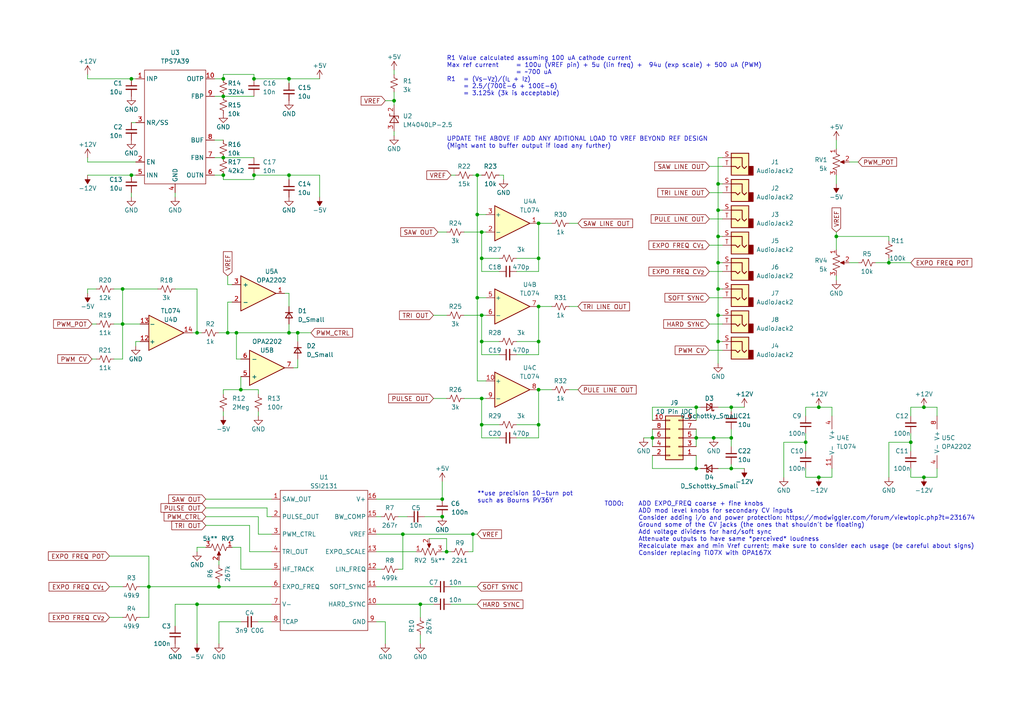
<source format=kicad_sch>
(kicad_sch (version 20230121) (generator eeschema)
  (paper "A4")
  (title_block (title "SSI2131 Reference") (rev "V0.1"))
  (lib_symbols
    (symbol "Amplifier_Operational:TL074" (pin_names (offset 0.127))
      (property "Reference" "U" (at 0 5.08 0))
      (property "Value" "TL074" (at 0 -5.08 0))
      (symbol "TL074_1_1"
        (pin output line (at 7.62 0 180) (length 2.54) (name "~") (number "1"))
        (pin input line (at -7.62 -2.54 0) (length 2.54) (name "-") (number "2"))
        (pin input line (at -7.62 2.54 0) (length 2.54) (name "+") (number "3"))
      )
      (symbol "TL074_2_1"
        (pin input line (at -7.62 2.54 0) (length 2.54) (name "+") (number "5"))
        (pin input line (at -7.62 -2.54 0) (length 2.54) (name "-") (number "6"))
        (pin output line (at 7.62 0 180) (length 2.54) (name "~") (number "7"))
      )
      (symbol "TL074_3_1"
        (pin input line (at -7.62 2.54 0) (length 2.54) (name "+") (number "10"))
        (pin output line (at 7.62 0 180) (length 2.54) (name "~") (number "8"))
        (pin input line (at -7.62 -2.54 0) (length 2.54) (name "-") (number "9"))
      )
      (symbol "TL074_4_1"
        (pin input line (at -7.62 2.54 0) (length 2.54) (name "+") (number "12"))
        (pin input line (at -7.62 -2.54 0) (length 2.54) (name "-") (number "13"))
        (pin output line (at 7.62 0 180) (length 2.54) (name "~") (number "14"))
      )
      (symbol "TL074_5_1"
        (pin power_in line (at -2.54 -7.62 90) (length 3.81) (name "V-") (number "11"))
        (pin power_in line (at -2.54 7.62 270) (length 3.81) (name "V+") (number "4"))
      )
    )
    (symbol "Connector_Audio:AudioJack2"
      (property "Reference" "J" (at 0 8.89 0))
      (property "Value" "AudioJack2" (at 0 6.35 0))
      (symbol "AudioJack2_1_1"
        (pin passive line (at 5.08 2.54 180) (length 2.54) (name "~") (number "S"))
        (pin passive line (at 5.08 0 180) (length 2.54) (name "~") (number "T"))
      )
    )
    (symbol "Connector_Generic:Conn_02x05_Odd_Even" (pin_names (offset 1.016) hide)
      (property "Reference" "J" (at 1.27 7.62 0))
      (property "Value" "Conn_02x05_Odd_Even" (at 1.27 -7.62 0))
      (symbol "Conn_02x05_Odd_Even_1_1"
        (pin passive line (at -5.08 5.08 0) (length 3.81) (name "Pin_1") (number "1"))
        (pin passive line (at 7.62 -5.08 180) (length 3.81) (name "Pin_10") (number "10"))
        (pin passive line (at 7.62 5.08 180) (length 3.81) (name "Pin_2") (number "2"))
        (pin passive line (at -5.08 2.54 0) (length 3.81) (name "Pin_3") (number "3"))
        (pin passive line (at 7.62 2.54 180) (length 3.81) (name "Pin_4") (number "4"))
        (pin passive line (at -5.08 0 0) (length 3.81) (name "Pin_5") (number "5"))
        (pin passive line (at 7.62 0 180) (length 3.81) (name "Pin_6") (number "6"))
        (pin passive line (at -5.08 -2.54 0) (length 3.81) (name "Pin_7") (number "7"))
        (pin passive line (at 7.62 -2.54 180) (length 3.81) (name "Pin_8") (number "8"))
        (pin passive line (at -5.08 -5.08 0) (length 3.81) (name "Pin_9") (number "9"))
      )
    )
    (symbol "Device:C_Small" (pin_numbers hide) (pin_names (offset 0.254) hide)
      (property "Reference" "C" (at 0.254 1.778 0))
      (property "Value" "C_Small" (at 0.254 -2.032 0))
      (symbol "C_Small_1_1"
        (pin passive line (at 0 2.54 270) (length 2.032) (name "~") (number "1"))
        (pin passive line (at 0 -2.54 90) (length 2.032) (name "~") (number "2"))
      )
    )
    (symbol "Device:D_Schottky_Small" (pin_numbers hide) (pin_names (offset 0.254) hide)
      (property "Reference" "D" (at -1.27 2.032 0))
      (property "Value" "D_Schottky_Small" (at -7.112 -2.032 0))
      (symbol "D_Schottky_Small_1_1"
        (pin passive line (at -2.54 0 0) (length 1.778) (name "K") (number "1"))
        (pin passive line (at 2.54 0 180) (length 1.778) (name "A") (number "2"))
      )
    )
    (symbol "Device:D_Small" (pin_numbers hide) (pin_names (offset 0.254) hide)
      (property "Reference" "D" (at -1.27 2.032 0))
      (property "Value" "D_Small" (at -3.81 -2.032 0))
      (symbol "D_Small_1_1"
        (pin passive line (at -2.54 0 0) (length 1.778) (name "K") (number "1"))
        (pin passive line (at 2.54 0 180) (length 1.778) (name "A") (number "2"))
      )
    )
    (symbol "Device:Opamp_Dual"
      (property "Reference" "U" (at 0 5.08 0))
      (property "Value" "Opamp_Dual" (at 0 -5.08 0))
      (symbol "Opamp_Dual_1_1"
        (pin output line (at 7.62 0 180) (length 2.54) (name "~") (number "1"))
        (pin input line (at -7.62 -2.54 0) (length 2.54) (name "-") (number "2"))
        (pin input line (at -7.62 2.54 0) (length 2.54) (name "+") (number "3"))
      )
      (symbol "Opamp_Dual_2_1"
        (pin input line (at -7.62 2.54 0) (length 2.54) (name "+") (number "5"))
        (pin input line (at -7.62 -2.54 0) (length 2.54) (name "-") (number "6"))
        (pin output line (at 7.62 0 180) (length 2.54) (name "~") (number "7"))
      )
      (symbol "Opamp_Dual_3_1"
        (pin power_in line (at -2.54 -7.62 90) (length 3.81) (name "V-") (number "4"))
        (pin power_in line (at -2.54 7.62 270) (length 3.81) (name "V+") (number "8"))
      )
    )
    (symbol "Device:R_Potentiometer_US" (pin_names (offset 1.016) hide)
      (property "Reference" "RV" (at -4.445 0 90))
      (property "Value" "R_Potentiometer_US" (at -2.54 0 90))
      (symbol "R_Potentiometer_US_1_1"
        (pin passive line (at 0 3.81 270) (length 1.27) (name "1") (number "1"))
        (pin passive line (at 3.81 0 180) (length 1.27) (name "2") (number "2"))
        (pin passive line (at 0 -3.81 90) (length 1.27) (name "3") (number "3"))
      )
    )
    (symbol "Device:R_Small_US" (pin_numbers hide) (pin_names (offset 0.254) hide)
      (property "Reference" "R" (at 0.762 0.508 0))
      (property "Value" "R_Small_US" (at 0.762 -1.016 0))
      (symbol "R_Small_US_1_1"
        (pin passive line (at 0 2.54 270) (length 1.016) (name "~") (number "1"))
        (pin passive line (at 0 -2.54 90) (length 1.016) (name "~") (number "2"))
      )
    )
    (symbol "Reference_Voltage:LM4040LP-2.5" (pin_names (offset 0.0254) hide)
      (property "Reference" "U" (at 0 2.54 0))
      (property "Value" "LM4040LP-2.5" (at 0 -3.175 0))
      (symbol "LM4040LP-2.5_1_1"
        (pin passive line (at 3.81 0 180) (length 2.54) (name "K") (number "2"))
        (pin passive line (at -3.81 0 0) (length 2.54) (name "A") (number "3"))
      )
    )
    (symbol "bushwhacker:SSI2131_tall_symbol"
      (property "Reference" "U" (at 0 26.67 0))
      (property "Value" "SSI2131" (at 0 24.13 0))
      (symbol "SSI2131_tall_symbol_1_1"
        (pin output line (at -15.24 20.32 0) (length 2.54) (name "SAW_OUT") (number "1"))
        (pin input line (at 15.24 -10.16 180) (length 2.54) (name "HARD_SYNC") (number "10"))
        (pin input line (at 15.24 -5.08 180) (length 2.54) (name "SOFT_SYNC") (number "11"))
        (pin input line (at 15.24 0 180) (length 2.54) (name "LIN_FREQ") (number "12"))
        (pin input line (at 15.24 5.08 180) (length 2.54) (name "EXPO_SCALE") (number "13"))
        (pin input line (at 15.24 10.16 180) (length 2.54) (name "VREF") (number "14"))
        (pin input line (at 15.24 15.24 180) (length 2.54) (name "BW_COMP") (number "15"))
        (pin power_in line (at 15.24 20.32 180) (length 2.54) (name "V+") (number "16"))
        (pin output line (at -15.24 15.24 0) (length 2.54) (name "PULSE_OUT") (number "2"))
        (pin input line (at -15.24 10.16 0) (length 2.54) (name "PWM_CTRL") (number "3"))
        (pin output line (at -15.24 5.08 0) (length 2.54) (name "TRI_OUT") (number "4"))
        (pin input line (at -15.24 0 0) (length 2.54) (name "HF_TRACK") (number "5"))
        (pin input line (at -15.24 -5.08 0) (length 2.54) (name "EXPO_FREQ") (number "6"))
        (pin power_in line (at -15.24 -10.16 0) (length 2.54) (name "V-") (number "7"))
        (pin input line (at -15.24 -15.24 0) (length 2.54) (name "TCAP") (number "8"))
        (pin power_in line (at 15.24 -15.24 180) (length 2.54) (name "GND") (number "9"))
      )
    )
    (symbol "bushwhacker:TPS7A39"
      (property "Reference" "U" (at 0 21.59 0))
      (property "Value" "TPS7A39" (at 0 19.05 0))
      (symbol "TPS7A39_1_1"
        (pin power_in line (at -11.43 13.97 0) (length 2.54) (name "INP") (number "1"))
        (pin power_out line (at 11.43 13.97 180) (length 2.54) (name "OUTP") (number "10"))
        (pin input line (at -11.43 -10.16 0) (length 2.54) (name "EN") (number "2"))
        (pin input line (at -11.43 1.27 0) (length 2.54) (name "NR/SS") (number "3"))
        (pin input line (at 0 -19.05 90) (length 2.54) (name "GND") (number "4"))
        (pin power_in line (at -11.43 -13.97 0) (length 2.54) (name "INN") (number "5"))
        (pin power_out line (at 11.43 -13.97 180) (length 2.54) (name "OUTN") (number "6"))
        (pin input line (at 11.43 -8.89 180) (length 2.54) (name "FBN") (number "7"))
        (pin input line (at 11.43 -3.81 180) (length 2.54) (name "BUF") (number "8"))
        (pin input line (at 11.43 8.89 180) (length 2.54) (name "FBP") (number "9"))
      )
    )
    (symbol "power:+12V" (power) (pin_names (offset 0))
      (property "Value" "+12V" (at 0 3.556 0))
      (symbol "+12V_1_1"
        (pin power_in line (at 0 0 90) (length 0) hide (name "+12V") (number "1"))
      )
    )
    (symbol "power:+5V" (power) (pin_names (offset 0))
      (property "Value" "+5V" (at 0 3.556 0))
      (symbol "+5V_1_1"
        (pin power_in line (at 0 0 90) (length 0) hide (name "+5V") (number "1"))
      )
    )
    (symbol "power:-12V" (power) (pin_names (offset 0))
      (property "Value" "-12V" (at 0 3.81 0))
      (symbol "-12V_0_0"
        (pin power_in line (at 0 0 90) (length 0) hide (name "-12V") (number "1"))
      )
    )
    (symbol "power:-5V" (power) (pin_names (offset 0))
      (property "Value" "-5V" (at 0 3.81 0))
      (symbol "-5V_0_0"
        (pin power_in line (at 0 0 90) (length 0) hide (name "-5V") (number "1"))
      )
    )
    (symbol "power:GND" (power) (pin_names (offset 0))
      (property "Value" "GND" (at 0 -3.81 0))
      (symbol "GND_1_1"
        (pin power_in line (at 0 0 270) (length 0) hide (name "GND") (number "1"))
      )
    )
  )
  (junction (at 35.56 83.82))
  (junction (at 121.92 175.26))
  (junction (at 207.01 127))
  (junction (at 237.49 118.11))
  (junction (at 73.66 22.86))
  (junction (at 139.7 67.31))
  (junction (at 212.09 135.89))
  (junction (at 83.82 96.52))
  (junction (at 64.77 50.8))
  (junction (at 57.15 175.26))
  (junction (at 35.56 93.98))
  (junction (at 139.7 123.19))
  (junction (at 73.66 50.8))
  (junction (at 257.81 76.2))
  (junction (at 208.28 76.2))
  (junction (at 116.84 154.94))
  (junction (at 267.97 118.11))
  (junction (at 86.36 96.52))
  (junction (at 38.1 22.86))
  (junction (at 156.21 64.77))
  (junction (at 201.93 127))
  (junction (at 156.21 113.03))
  (junction (at 114.3 29.21))
  (junction (at 139.7 91.44))
  (junction (at 242.57 68.58))
  (junction (at 128.27 144.78))
  (junction (at 208.28 99.06))
  (junction (at 43.18 170.18))
  (junction (at 212.09 127))
  (junction (at 57.15 96.52))
  (junction (at 128.27 149.86))
  (junction (at 63.5 170.18))
  (junction (at 64.77 27.94))
  (junction (at 138.43 50.8))
  (junction (at 156.21 74.93))
  (junction (at 208.28 83.82))
  (junction (at 212.09 118.11))
  (junction (at 139.7 115.57))
  (junction (at 137.16 154.94))
  (junction (at 156.21 99.06))
  (junction (at 38.1 50.8))
  (junction (at 208.28 60.96))
  (junction (at 156.21 88.9))
  (junction (at 208.28 68.58))
  (junction (at 138.43 62.23))
  (junction (at 139.7 74.93))
  (junction (at 201.93 135.89))
  (junction (at 208.28 53.34))
  (junction (at 129.54 160.02))
  (junction (at 156.21 123.19))
  (junction (at 83.82 50.8))
  (junction (at 264.16 128.27))
  (junction (at 138.43 86.36))
  (junction (at 68.58 96.52))
  (junction (at 66.04 96.52))
  (junction (at 237.49 138.43))
  (junction (at 64.77 45.72))
  (junction (at 233.68 128.27))
  (junction (at 64.77 22.86))
  (junction (at 208.28 91.44))
  (junction (at 189.23 127))
  (junction (at 69.85 113.03))
  (junction (at 139.7 99.06))
  (junction (at 201.93 118.11))
  (junction (at 267.97 138.43))
  (junction (at 83.82 22.86))
  (wire (pts (xy 186.69 127) (xy 189.23 127)))
  (wire (pts (xy 227.33 128.27) (xy 227.33 138.43)))
  (wire (pts (xy 69.85 158.75) (xy 67.31 158.75)))
  (wire (pts (xy 205.74 55.88) (xy 209.55 55.88)))
  (wire (pts (xy 246.38 76.2) (xy 248.92 76.2)))
  (wire (pts (xy 139.7 123.19) (xy 139.7 127)))
  (wire (pts (xy 201.93 118.11) (xy 201.93 121.92)))
  (wire (pts (xy 59.69 158.75) (xy 57.15 158.75)))
  (wire (pts (xy 86.36 106.68) (xy 86.36 104.14)))
  (wire (pts (xy 207.01 127) (xy 212.09 127)))
  (wire (pts (xy 35.56 83.82) (xy 45.72 83.82)))
  (wire (pts (xy 138.43 62.23) (xy 140.97 62.23)))
  (wire (pts (xy 109.22 175.26) (xy 121.92 175.26)))
  (wire (pts (xy 257.81 68.58) (xy 257.81 69.85)))
  (wire (pts (xy 114.3 26.67) (xy 114.3 29.21)))
  (wire (pts (xy 109.22 180.34) (xy 111.76 180.34)))
  (wire (pts (xy 69.85 104.14) (xy 68.58 104.14)))
  (wire (pts (xy 43.18 170.18) (xy 63.5 170.18)))
  (wire (pts (xy 109.22 170.18) (xy 125.73 170.18)))
  (wire (pts (xy 83.82 85.09) (xy 82.55 85.09)))
  (wire (pts (xy 165.1 64.77) (xy 167.64 64.77)))
  (wire (pts (xy 233.68 138.43) (xy 237.49 138.43)))
  (wire (pts (xy 242.57 68.58) (xy 257.81 68.58)))
  (wire (pts (xy 242.57 50.8) (xy 242.57 53.34)))
  (wire (pts (xy 83.82 96.52) (xy 86.36 96.52)))
  (wire (pts (xy 242.57 68.58) (xy 242.57 72.39)))
  (wire (pts (xy 212.09 118.11) (xy 215.9 118.11)))
  (wire (pts (xy 38.1 50.8) (xy 39.37 50.8)))
  (wire (pts (xy 63.5 162.56) (xy 63.5 163.83)))
  (wire (pts (xy 138.43 86.36) (xy 138.43 110.49)))
  (wire (pts (xy 66.04 82.55) (xy 67.31 82.55)))
  (wire (pts (xy 156.21 123.19) (xy 156.21 113.03)))
  (wire (pts (xy 146.05 50.8) (xy 144.78 50.8)))
  (wire (pts (xy 64.77 52.07) (xy 73.66 52.07)))
  (wire (pts (xy 83.82 52.07) (xy 83.82 50.8)))
  (wire (pts (xy 64.77 114.3) (xy 64.77 113.03)))
  (wire (pts (xy 201.93 132.08) (xy 201.93 135.89)))
  (wire (pts (xy 66.04 87.63) (xy 67.31 87.63)))
  (wire (pts (xy 264.16 118.11) (xy 267.97 118.11)))
  (wire (pts (xy 189.23 127) (xy 189.23 129.54)))
  (wire (pts (xy 138.43 86.36) (xy 140.97 86.36)))
  (wire (pts (xy 201.93 127) (xy 207.01 127)))
  (wire (pts (xy 69.85 180.34) (xy 63.5 180.34)))
  (wire (pts (xy 208.28 60.96) (xy 209.55 60.96)))
  (wire (pts (xy 109.22 165.1) (xy 110.49 165.1)))
  (wire (pts (xy 35.56 93.98) (xy 40.64 93.98)))
  (wire (pts (xy 39.37 99.06) (xy 39.37 100.33)))
  (wire (pts (xy 121.92 175.26) (xy 125.73 175.26)))
  (wire (pts (xy 73.66 50.8) (xy 83.82 50.8)))
  (wire (pts (xy 144.78 74.93) (xy 139.7 74.93)))
  (wire (pts (xy 129.54 160.02) (xy 129.54 156.21)))
  (wire (pts (xy 109.22 144.78) (xy 128.27 144.78)))
  (wire (pts (xy 74.93 180.34) (xy 78.74 180.34)))
  (wire (pts (xy 189.23 132.08) (xy 189.23 135.89)))
  (wire (pts (xy 57.15 175.26) (xy 78.74 175.26)))
  (wire (pts (xy 139.7 127) (xy 144.78 127)))
  (wire (pts (xy 241.3 138.43) (xy 237.49 138.43)))
  (wire (pts (xy 144.78 123.19) (xy 139.7 123.19)))
  (wire (pts (xy 128.27 139.7) (xy 128.27 144.78)))
  (wire (pts (xy 33.02 83.82) (xy 35.56 83.82)))
  (wire (pts (xy 50.8 181.61) (xy 50.8 175.26)))
  (wire (pts (xy 69.85 109.22) (xy 69.85 113.03)))
  (wire (pts (xy 212.09 127) (xy 212.09 129.54)))
  (wire (pts (xy 233.68 128.27) (xy 233.68 130.81)))
  (wire (pts (xy 156.21 113.03) (xy 160.02 113.03)))
  (wire (pts (xy 205.74 93.98) (xy 209.55 93.98)))
  (wire (pts (xy 109.22 154.94) (xy 116.84 154.94)))
  (wire (pts (xy 72.39 152.4) (xy 72.39 160.02)))
  (wire (pts (xy 205.74 86.36) (xy 209.55 86.36)))
  (wire (pts (xy 59.69 152.4) (xy 72.39 152.4)))
  (wire (pts (xy 63.5 168.91) (xy 63.5 170.18)))
  (wire (pts (xy 139.7 123.19) (xy 139.7 115.57)))
  (wire (pts (xy 156.21 99.06) (xy 156.21 88.9)))
  (wire (pts (xy 233.68 125.73) (xy 233.68 128.27)))
  (wire (pts (xy 271.78 135.89) (xy 271.78 138.43)))
  (wire (pts (xy 64.77 52.07) (xy 64.77 50.8)))
  (wire (pts (xy 121.92 175.26) (xy 121.92 179.07)))
  (wire (pts (xy 109.22 149.86) (xy 110.49 149.86)))
  (wire (pts (xy 208.28 91.44) (xy 209.55 91.44)))
  (wire (pts (xy 64.77 21.59) (xy 64.77 22.86)))
  (wire (pts (xy 208.28 99.06) (xy 208.28 105.41)))
  (wire (pts (xy 146.05 52.07) (xy 146.05 50.8)))
  (wire (pts (xy 257.81 76.2) (xy 254 76.2)))
  (wire (pts (xy 156.21 74.93) (xy 156.21 64.77)))
  (wire (pts (xy 165.1 113.03) (xy 167.64 113.03)))
  (wire (pts (xy 33.02 93.98) (xy 35.56 93.98)))
  (wire (pts (xy 64.77 113.03) (xy 69.85 113.03)))
  (wire (pts (xy 264.16 135.89) (xy 264.16 138.43)))
  (wire (pts (xy 25.4 22.86) (xy 25.4 21.59)))
  (wire (pts (xy 72.39 160.02) (xy 78.74 160.02)))
  (wire (pts (xy 208.28 53.34) (xy 208.28 60.96)))
  (wire (pts (xy 66.04 87.63) (xy 66.04 96.52)))
  (wire (pts (xy 74.93 149.86) (xy 74.93 154.94)))
  (wire (pts (xy 149.86 78.74) (xy 156.21 78.74)))
  (wire (pts (xy 62.23 40.64) (xy 64.77 40.64)))
  (wire (pts (xy 63.5 180.34) (xy 63.5 186.69)))
  (wire (pts (xy 114.3 38.1) (xy 114.3 39.37)))
  (wire (pts (xy 267.97 118.11) (xy 271.78 118.11)))
  (wire (pts (xy 233.68 118.11) (xy 237.49 118.11)))
  (wire (pts (xy 139.7 78.74) (xy 144.78 78.74)))
  (wire (pts (xy 137.16 160.02) (xy 137.16 154.94)))
  (wire (pts (xy 227.33 128.27) (xy 233.68 128.27)))
  (wire (pts (xy 139.7 91.44) (xy 140.97 91.44)))
  (wire (pts (xy 212.09 135.89) (xy 215.9 135.89)))
  (wire (pts (xy 83.82 24.13) (xy 83.82 22.86)))
  (wire (pts (xy 156.21 102.87) (xy 156.21 99.06)))
  (wire (pts (xy 189.23 135.89) (xy 201.93 135.89)))
  (wire (pts (xy 208.28 118.11) (xy 212.09 118.11)))
  (wire (pts (xy 246.38 46.99) (xy 248.92 46.99)))
  (wire (pts (xy 264.16 118.11) (xy 264.16 120.65)))
  (wire (pts (xy 201.93 135.89) (xy 203.2 135.89)))
  (wire (pts (xy 264.16 138.43) (xy 267.97 138.43)))
  (wire (pts (xy 63.5 170.18) (xy 78.74 170.18)))
  (wire (pts (xy 241.3 118.11) (xy 241.3 120.65)))
  (wire (pts (xy 50.8 57.15) (xy 50.8 55.88)))
  (wire (pts (xy 242.57 40.64) (xy 242.57 43.18)))
  (wire (pts (xy 144.78 99.06) (xy 139.7 99.06)))
  (wire (pts (xy 25.4 50.8) (xy 38.1 50.8)))
  (wire (pts (xy 63.5 96.52) (xy 66.04 96.52)))
  (wire (pts (xy 139.7 99.06) (xy 139.7 102.87)))
  (wire (pts (xy 116.84 165.1) (xy 116.84 154.94)))
  (wire (pts (xy 123.19 149.86) (xy 128.27 149.86)))
  (wire (pts (xy 208.28 76.2) (xy 209.55 76.2)))
  (wire (pts (xy 25.4 85.09) (xy 25.4 83.82)))
  (wire (pts (xy 59.69 147.32) (xy 77.47 147.32)))
  (wire (pts (xy 156.21 78.74) (xy 156.21 74.93)))
  (wire (pts (xy 205.74 71.12) (xy 209.55 71.12)))
  (wire (pts (xy 208.28 83.82) (xy 208.28 91.44)))
  (wire (pts (xy 57.15 96.52) (xy 58.42 96.52)))
  (wire (pts (xy 128.27 160.02) (xy 129.54 160.02)))
  (wire (pts (xy 31.75 170.18) (xy 35.56 170.18)))
  (wire (pts (xy 125.73 91.44) (xy 129.54 91.44)))
  (wire (pts (xy 69.85 165.1) (xy 69.85 158.75)))
  (wire (pts (xy 134.62 115.57) (xy 139.7 115.57)))
  (wire (pts (xy 257.81 74.93) (xy 257.81 76.2)))
  (wire (pts (xy 35.56 83.82) (xy 35.56 93.98)))
  (wire (pts (xy 74.93 154.94) (xy 78.74 154.94)))
  (wire (pts (xy 208.28 135.89) (xy 212.09 135.89)))
  (wire (pts (xy 201.93 118.11) (xy 203.2 118.11)))
  (wire (pts (xy 78.74 165.1) (xy 69.85 165.1)))
  (wire (pts (xy 201.93 127) (xy 201.93 129.54)))
  (wire (pts (xy 156.21 88.9) (xy 160.02 88.9)))
  (wire (pts (xy 85.09 106.68) (xy 86.36 106.68)))
  (wire (pts (xy 233.68 118.11) (xy 233.68 120.65)))
  (wire (pts (xy 83.82 88.9) (xy 83.82 85.09)))
  (wire (pts (xy 137.16 154.94) (xy 138.43 154.94)))
  (wire (pts (xy 212.09 135.89) (xy 212.09 134.62)))
  (wire (pts (xy 64.77 21.59) (xy 73.66 21.59)))
  (wire (pts (xy 130.81 175.26) (xy 138.43 175.26)))
  (wire (pts (xy 115.57 149.86) (xy 118.11 149.86)))
  (wire (pts (xy 57.15 83.82) (xy 57.15 96.52)))
  (wire (pts (xy 149.86 102.87) (xy 156.21 102.87)))
  (wire (pts (xy 25.4 22.86) (xy 38.1 22.86)))
  (wire (pts (xy 127 67.31) (xy 129.54 67.31)))
  (wire (pts (xy 33.02 104.14) (xy 35.56 104.14)))
  (wire (pts (xy 109.22 160.02) (xy 120.65 160.02)))
  (wire (pts (xy 64.77 119.38) (xy 64.77 120.65)))
  (wire (pts (xy 66.04 80.01) (xy 66.04 82.55)))
  (wire (pts (xy 25.4 46.99) (xy 25.4 45.72)))
  (wire (pts (xy 241.3 135.89) (xy 241.3 138.43)))
  (wire (pts (xy 189.23 118.11) (xy 201.93 118.11)))
  (wire (pts (xy 40.64 99.06) (xy 39.37 99.06)))
  (wire (pts (xy 73.66 21.59) (xy 73.66 22.86)))
  (wire (pts (xy 165.1 88.9) (xy 167.64 88.9)))
  (wire (pts (xy 242.57 67.31) (xy 242.57 68.58)))
  (wire (pts (xy 86.36 96.52) (xy 86.36 99.06)))
  (wire (pts (xy 68.58 96.52) (xy 83.82 96.52)))
  (wire (pts (xy 66.04 96.52) (xy 68.58 96.52)))
  (wire (pts (xy 208.28 68.58) (xy 209.55 68.58)))
  (wire (pts (xy 43.18 170.18) (xy 43.18 161.29)))
  (wire (pts (xy 139.7 115.57) (xy 140.97 115.57)))
  (wire (pts (xy 25.4 83.82) (xy 27.94 83.82)))
  (wire (pts (xy 38.1 22.86) (xy 39.37 22.86)))
  (wire (pts (xy 264.16 125.73) (xy 264.16 128.27)))
  (wire (pts (xy 271.78 138.43) (xy 267.97 138.43)))
  (wire (pts (xy 62.23 45.72) (xy 64.77 45.72)))
  (wire (pts (xy 31.75 179.07) (xy 35.56 179.07)))
  (wire (pts (xy 31.75 161.29) (xy 43.18 161.29)))
  (wire (pts (xy 57.15 158.75) (xy 57.15 160.02)))
  (wire (pts (xy 205.74 78.74) (xy 209.55 78.74)))
  (wire (pts (xy 208.28 76.2) (xy 208.28 83.82)))
  (wire (pts (xy 43.18 179.07) (xy 43.18 170.18)))
  (wire (pts (xy 149.86 123.19) (xy 156.21 123.19)))
  (wire (pts (xy 115.57 165.1) (xy 116.84 165.1)))
  (wire (pts (xy 25.4 46.99) (xy 39.37 46.99)))
  (wire (pts (xy 156.21 127) (xy 156.21 123.19)))
  (wire (pts (xy 74.93 119.38) (xy 74.93 120.65)))
  (wire (pts (xy 149.86 99.06) (xy 156.21 99.06)))
  (wire (pts (xy 57.15 175.26) (xy 57.15 186.69)))
  (wire (pts (xy 208.28 68.58) (xy 208.28 76.2)))
  (wire (pts (xy 114.3 20.32) (xy 114.3 21.59)))
  (wire (pts (xy 130.81 170.18) (xy 138.43 170.18)))
  (wire (pts (xy 92.71 50.8) (xy 92.71 57.15)))
  (wire (pts (xy 114.3 30.48) (xy 114.3 29.21)))
  (wire (pts (xy 78.74 144.78) (xy 59.69 144.78)))
  (wire (pts (xy 73.66 52.07) (xy 73.66 50.8)))
  (wire (pts (xy 59.69 149.86) (xy 74.93 149.86)))
  (wire (pts (xy 68.58 96.52) (xy 68.58 104.14)))
  (wire (pts (xy 138.43 110.49) (xy 140.97 110.49)))
  (wire (pts (xy 134.62 91.44) (xy 139.7 91.44)))
  (wire (pts (xy 26.67 104.14) (xy 27.94 104.14)))
  (wire (pts (xy 139.7 99.06) (xy 139.7 91.44)))
  (wire (pts (xy 111.76 186.69) (xy 111.76 180.34)))
  (wire (pts (xy 208.28 53.34) (xy 209.55 53.34)))
  (wire (pts (xy 40.64 170.18) (xy 43.18 170.18)))
  (wire (pts (xy 92.71 22.86) (xy 83.82 22.86)))
  (wire (pts (xy 139.7 74.93) (xy 139.7 78.74)))
  (wire (pts (xy 201.93 124.46) (xy 201.93 127)))
  (wire (pts (xy 26.67 93.98) (xy 27.94 93.98)))
  (wire (pts (xy 64.77 45.72) (xy 73.66 45.72)))
  (wire (pts (xy 38.1 35.56) (xy 39.37 35.56)))
  (wire (pts (xy 264.16 128.27) (xy 264.16 130.81)))
  (wire (pts (xy 134.62 67.31) (xy 139.7 67.31)))
  (wire (pts (xy 137.16 50.8) (xy 138.43 50.8)))
  (wire (pts (xy 62.23 22.86) (xy 64.77 22.86)))
  (wire (pts (xy 139.7 67.31) (xy 140.97 67.31)))
  (wire (pts (xy 212.09 118.11) (xy 212.09 119.38)))
  (wire (pts (xy 83.82 93.98) (xy 83.82 96.52)))
  (wire (pts (xy 149.86 127) (xy 156.21 127)))
  (wire (pts (xy 209.55 45.72) (xy 208.28 45.72)))
  (wire (pts (xy 38.1 57.15) (xy 38.1 55.88)))
  (wire (pts (xy 135.89 160.02) (xy 137.16 160.02)))
  (wire (pts (xy 116.84 154.94) (xy 137.16 154.94)))
  (wire (pts (xy 35.56 104.14) (xy 35.56 93.98)))
  (wire (pts (xy 121.92 184.15) (xy 121.92 186.69)))
  (wire (pts (xy 208.28 99.06) (xy 209.55 99.06)))
  (wire (pts (xy 139.7 102.87) (xy 144.78 102.87)))
  (wire (pts (xy 242.57 80.01) (xy 242.57 81.28)))
  (wire (pts (xy 205.74 48.26) (xy 209.55 48.26)))
  (wire (pts (xy 40.64 179.07) (xy 43.18 179.07)))
  (wire (pts (xy 156.21 64.77) (xy 160.02 64.77)))
  (wire (pts (xy 149.86 74.93) (xy 156.21 74.93)))
  (wire (pts (xy 125.73 115.57) (xy 129.54 115.57)))
  (wire (pts (xy 233.68 135.89) (xy 233.68 138.43)))
  (wire (pts (xy 64.77 27.94) (xy 73.66 27.94)))
  (wire (pts (xy 208.28 60.96) (xy 208.28 68.58)))
  (wire (pts (xy 138.43 50.8) (xy 138.43 62.23)))
  (wire (pts (xy 257.81 76.2) (xy 264.16 76.2)))
  (wire (pts (xy 189.23 124.46) (xy 189.23 127)))
  (wire (pts (xy 205.74 101.6) (xy 209.55 101.6)))
  (wire (pts (xy 208.28 91.44) (xy 208.28 99.06)))
  (wire (pts (xy 208.28 45.72) (xy 208.28 53.34)))
  (wire (pts (xy 77.47 147.32) (xy 77.47 149.86)))
  (wire (pts (xy 62.23 50.8) (xy 64.77 50.8)))
  (wire (pts (xy 69.85 113.03) (xy 74.93 113.03)))
  (wire (pts (xy 50.8 175.26) (xy 57.15 175.26)))
  (wire (pts (xy 62.23 27.94) (xy 64.77 27.94)))
  (wire (pts (xy 189.23 121.92) (xy 189.23 118.11)))
  (wire (pts (xy 77.47 149.86) (xy 78.74 149.86)))
  (wire (pts (xy 83.82 50.8) (xy 92.71 50.8)))
  (wire (pts (xy 257.81 128.27) (xy 264.16 128.27)))
  (wire (pts (xy 138.43 62.23) (xy 138.43 86.36)))
  (wire (pts (xy 138.43 50.8) (xy 139.7 50.8)))
  (wire (pts (xy 74.93 113.03) (xy 74.93 114.3)))
  (wire (pts (xy 111.76 29.21) (xy 114.3 29.21)))
  (wire (pts (xy 237.49 118.11) (xy 241.3 118.11)))
  (wire (pts (xy 130.81 50.8) (xy 132.08 50.8)))
  (wire (pts (xy 124.46 156.21) (xy 129.54 156.21)))
  (wire (pts (xy 257.81 128.27) (xy 257.81 138.43)))
  (wire (pts (xy 271.78 118.11) (xy 271.78 120.65)))
  (wire (pts (xy 139.7 74.93) (xy 139.7 67.31)))
  (wire (pts (xy 208.28 83.82) (xy 209.55 83.82)))
  (wire (pts (xy 129.54 160.02) (xy 130.81 160.02)))
  (wire (pts (xy 205.74 63.5) (xy 209.55 63.5)))
  (wire (pts (xy 57.15 96.52) (xy 55.88 96.52)))
  (wire (pts (xy 212.09 124.46) (xy 212.09 127)))
  (wire (pts (xy 86.36 96.52) (xy 90.17 96.52)))
  (wire (pts (xy 73.66 22.86) (xy 83.82 22.86)))
  (wire (pts (xy 50.8 83.82) (xy 57.15 83.82)))
  (text "**use precision 10-turn pot\nsuch as Bourns PV36Y" (at 138.43 146.05 0) (effects (font (size 1.27 1.27)) (justify left bottom)))
  (text "UPDATE THE ABOVE IF ADD ANY ADITIONAL LOAD TO VREF BEYOND REF DESIGN\n(Might want to buffer output if load any further)" (at 129.54 43.18 0) (effects (font (size 1.27 1.27)) (justify left bottom)))
  (text "R1 Value calculated assuming 100 uA cathode current\nMax ref current	= 100u (VREF pin) + 5u (lin freq) +  94u (exp scale) + 500 uA (PWM)\n				= ~700 uA\nR1 	= (V_{S}-V_{Z})/(I_{L} + I_{Z})\n	= 2.5/(700E-6 + 100E-6)\n	= 3.125k (3k is acceptable)" (at 129.54 27.94 0) (effects (font (size 1.27 1.27)) (justify left bottom)))
  (text "TODO:	ADD EXPO_FREQ coarse + fine knobs\n		ADD mod level knobs for secondary CV inputs\n		Consider adding i/o and power protection: https://modwiggler.com/forum/viewtopic.php?t=231674\n		Ground some of the CV jacks (the ones that shouldn't be floating)\n		Add voltage dividers for hard/soft sync\n		Attenuate outputs to have same *perceived* loudness\n		Recalculate max and min Vref current; make sure to consider each usage (be careful about signs)\n		Consider replacing Tl07X with OPA167X" (at 175.26 161.29 0) (effects (font (size 1.27 1.27)) (justify left bottom)))
  (global_label "EXPO FREQ POT" (shape input) (at 31.75 161.29 180) (property "Intersheetrefs" "${INTERSHEET_REFS}" (effects hide)))
  (global_label "PWM_CTRL" (shape input) (at 90.17 96.52 0) (property "Intersheetrefs" "${INTERSHEET_REFS}" (effects hide)))
  (global_label "TRI OUT" (shape input) (at 59.69 152.4 180) (property "Intersheetrefs" "${INTERSHEET_REFS}" (effects hide)))
  (global_label "PWM_POT" (shape input) (at 26.67 93.98 180) (property "Intersheetrefs" "${INTERSHEET_REFS}" (effects hide)))
  (global_label "VREF" (shape input) (at 138.43 154.94 0) (property "Intersheetrefs" "${INTERSHEET_REFS}" (effects hide)))
  (global_label "PULE LINE OUT" (shape input) (at 205.74 63.5 180) (property "Intersheetrefs" "${INTERSHEET_REFS}" (effects hide)))
  (global_label "PWM_CTRL" (shape input) (at 59.69 149.86 180) (property "Intersheetrefs" "${INTERSHEET_REFS}" (effects hide)))
  (global_label "PWM CV" (shape input) (at 205.74 101.6 180) (property "Intersheetrefs" "${INTERSHEET_REFS}" (effects hide)))
  (global_label "PULE LINE OUT" (shape input) (at 167.64 113.03 0) (property "Intersheetrefs" "${INTERSHEET_REFS}" (effects hide)))
  (global_label "EXPO FREQ CV_{1}" (shape input) (at 31.75 170.18 180) (property "Intersheetrefs" "${INTERSHEET_REFS}" (effects hide)))
  (global_label "HARD SYNC" (shape input) (at 205.74 93.98 180) (property "Intersheetrefs" "${INTERSHEET_REFS}" (effects hide)))
  (global_label "EXPO FREQ POT" (shape input) (at 264.16 76.2 0) (property "Intersheetrefs" "${INTERSHEET_REFS}" (effects hide)))
  (global_label "PWM_POT" (shape input) (at 248.92 46.99 0) (property "Intersheetrefs" "${INTERSHEET_REFS}" (effects hide)))
  (global_label "VREF" (shape input) (at 111.76 29.21 180) (property "Intersheetrefs" "${INTERSHEET_REFS}" (effects hide)))
  (global_label "VREF" (shape input) (at 130.81 50.8 180) (property "Intersheetrefs" "${INTERSHEET_REFS}" (effects hide)))
  (global_label "TRI LINE OUT" (shape input) (at 167.64 88.9 0) (property "Intersheetrefs" "${INTERSHEET_REFS}" (effects hide)))
  (global_label "HARD SYNC" (shape input) (at 138.43 175.26 0) (property "Intersheetrefs" "${INTERSHEET_REFS}" (effects hide)))
  (global_label "PULSE OUT" (shape input) (at 125.73 115.57 180) (property "Intersheetrefs" "${INTERSHEET_REFS}" (effects hide)))
  (global_label "VREF" (shape input) (at 242.57 67.31 90) (property "Intersheetrefs" "${INTERSHEET_REFS}" (effects hide)))
  (global_label "EXPO FREQ CV_{1}" (shape input) (at 205.74 71.12 180) (property "Intersheetrefs" "${INTERSHEET_REFS}" (effects hide)))
  (global_label "VREF" (shape input) (at 66.04 80.01 90) (property "Intersheetrefs" "${INTERSHEET_REFS}" (effects hide)))
  (global_label "SOFT SYNC" (shape input) (at 205.74 86.36 180) (property "Intersheetrefs" "${INTERSHEET_REFS}" (effects hide)))
  (global_label "SAW LINE OUT" (shape input) (at 205.74 48.26 180) (property "Intersheetrefs" "${INTERSHEET_REFS}" (effects hide)))
  (global_label "EXPO FREQ CV_{2}" (shape input) (at 31.75 179.07 180) (property "Intersheetrefs" "${INTERSHEET_REFS}" (effects hide)))
  (global_label "EXPO FREQ CV_{2}" (shape input) (at 205.74 78.74 180) (property "Intersheetrefs" "${INTERSHEET_REFS}" (effects hide)))
  (global_label "SOFT SYNC" (shape input) (at 138.43 170.18 0) (property "Intersheetrefs" "${INTERSHEET_REFS}" (effects hide)))
  (global_label "TRI OUT" (shape input) (at 125.73 91.44 180) (property "Intersheetrefs" "${INTERSHEET_REFS}" (effects hide)))
  (global_label "SAW LINE OUT" (shape input) (at 167.64 64.77 0) (property "Intersheetrefs" "${INTERSHEET_REFS}" (effects hide)))
  (global_label "TRI LINE OUT" (shape input) (at 205.74 55.88 180) (property "Intersheetrefs" "${INTERSHEET_REFS}" (effects hide)))
  (global_label "PULSE OUT" (shape input) (at 59.69 147.32 180) (property "Intersheetrefs" "${INTERSHEET_REFS}" (effects hide)))
  (global_label "SAW OUT" (shape input) (at 59.69 144.78 180) (property "Intersheetrefs" "${INTERSHEET_REFS}" (effects hide)))
  (global_label "PWM CV" (shape input) (at 26.67 104.14 180) (property "Intersheetrefs" "${INTERSHEET_REFS}" (effects hide)))
  (global_label "SAW OUT" (shape input) (at 127 67.31 180) (property "Intersheetrefs" "${INTERSHEET_REFS}" (effects hide)))
  (symbol (lib_id "Device:C_Small") (at 128.27 175.26 90) (unit 1)
    (property "Reference" "C8" (at 125.73 173.99 90))
    (property "Value" "10n" (at 132.08 173.99 90))
  )
  (symbol (lib_id "Device:R_Small_US") (at 162.56 64.77 90) (unit 1)
    (property "Reference" "R30" (at 162.56 62.23 90))
    (property "Value" "1k" (at 162.56 67.31 90))
  )
  (symbol (lib_id "Device:C_Small") (at 212.09 132.08 0) (mirror y) (unit 1)
    (property "Reference" "C22" (at 215.9 130.81 0))
    (property "Value" "10u" (at 215.9 133.35 0))
  )
  (symbol (lib_id "power:GND") (at 242.57 81.28 0) (unit 1)
    (property "Reference" "#PWR016" (effects hide))
    (property "Value" "GND" (at 242.57 85.09 0))
  )
  (symbol (lib_id "Device:R_Potentiometer_US") (at 242.57 76.2 0) (unit 1)
    (property "Reference" "RV4" (at 240.03 75.565 0) (effects (justify right)))
    (property "Value" "5k" (at 240.03 78.105 0) (effects (justify right)))
  )
  (symbol (lib_id "power:GND") (at 208.28 105.41 0) (unit 1)
    (property "Reference" "#PWR014" (effects hide))
    (property "Value" "GND" (at 208.28 109.22 0))
  )
  (symbol (lib_id "Device:C_Small") (at 83.82 26.67 0) (unit 1)
    (property "Reference" "C15" (at 86.36 25.4063 0) (effects (justify left)))
    (property "Value" "10u" (at 86.36 27.9463 0) (effects (justify left)))
  )
  (symbol (lib_id "Device:D_Schottky_Small") (at 205.74 118.11 180) (unit 1)
    (property "Reference" "D3" (at 205.74 115.57 0))
    (property "Value" "D_Schottky_Small" (at 205.74 120.65 0))
  )
  (symbol (lib_id "power:+12V") (at 237.49 118.11 0) (unit 1)
    (property "Reference" "#PWR017" (effects hide))
    (property "Value" "+12V" (at 237.49 114.3 0))
  )
  (symbol (lib_id "Device:R_Small_US") (at 60.96 96.52 90) (unit 1)
    (property "Reference" "R2" (at 60.96 93.98 90))
    (property "Value" "1k" (at 60.96 99.06 90))
  )
  (symbol (lib_id "power:GND") (at 146.05 52.07 0) (unit 1)
    (property "Reference" "#PWR037" (effects hide))
    (property "Value" "GND" (at 146.05 55.88 0))
  )
  (symbol (lib_id "Connector_Audio:AudioJack2") (at 214.63 93.98 0) (mirror y) (unit 1)
    (property "Reference" "J8" (at 224.79 92.71 0))
    (property "Value" "AudioJack2" (at 224.79 95.25 0))
    (property "Footprint" "Wire_Bodge_Eurorack:PJ-301BM" (effects hide))
  )
  (symbol (lib_id "power:-12V") (at 267.97 138.43 180) (unit 1)
    (property "Reference" "#PWR022" (effects hide))
    (property "Value" "-12V" (at 267.97 142.24 0))
  )
  (symbol (lib_id "power:GND") (at 39.37 100.33 0) (unit 1)
    (property "Reference" "#PWR035" (effects hide))
    (property "Value" "GND" (at 39.37 104.14 0))
  )
  (symbol (lib_id "power:-5V") (at 242.57 53.34 180) (unit 1)
    (property "Reference" "#PWR01" (effects hide))
    (property "Value" "-5V" (at 242.57 57.15 0))
  )
  (symbol (lib_id "Device:R_Small_US") (at 38.1 170.18 90) (unit 1)
    (property "Reference" "R3" (at 38.1 167.64 90))
    (property "Value" "49k9" (at 38.1 172.72 90))
  )
  (symbol (lib_id "Device:R_Small_US") (at 162.56 88.9 90) (unit 1)
    (property "Reference" "R31" (at 162.56 86.36 90))
    (property "Value" "1k" (at 162.56 91.44 90))
  )
  (symbol (lib_id "power:GND") (at 50.8 57.15 0) (unit 1)
    (property "Reference" "#PWR02" (effects hide))
    (property "Value" "GND" (at 50.8 60.96 0))
  )
  (symbol (lib_id "power:-12V") (at 25.4 50.8 180) (unit 1)
    (property "Reference" "#PWR028" (effects hide))
    (property "Value" "-12V" (at 25.4 54.61 0))
  )
  (symbol (lib_id "Device:R_Small_US") (at 30.48 104.14 90) (unit 1)
    (property "Reference" "R21" (at 30.48 101.6 90))
    (property "Value" "11k" (at 30.48 106.68 90))
  )
  (symbol (lib_id "Device:C_Small") (at 212.09 121.92 0) (mirror y) (unit 1)
    (property "Reference" "C21" (at 215.9 120.65 0))
    (property "Value" "10u" (at 215.9 123.19 0))
  )
  (symbol (lib_id "bushwhacker:SSI2131_tall_symbol") (at 93.98 165.1 0) (unit 1)
    (property "Reference" "U1" (at 93.98 138.43 0))
    (property "Value" "SSI2131" (at 93.98 140.97 0))
  )
  (symbol (lib_id "power:GND") (at 227.33 138.43 0) (unit 1)
    (property "Reference" "#PWR018" (effects hide))
    (property "Value" "GND" (at 227.33 142.24 0))
  )
  (symbol (lib_id "bushwhacker:TPS7A39") (at 50.8 36.83 0) (unit 1)
    (property "Reference" "U3" (at 50.8 15.24 0))
    (property "Value" "TPS7A39" (at 50.8 17.78 0))
  )
  (symbol (lib_id "Amplifier_Operational:TL074") (at 148.59 64.77 0) (unit 1)
    (property "Reference" "U4" (at 153.67 58.42 0))
    (property "Value" "TL074" (at 153.67 60.96 0))
    (property "Datasheet" "http://www.ti.com/lit/ds/symlink/tl071.pdf" (effects hide))
  )
  (symbol (lib_id "power:+5V") (at 114.3 20.32 0) (unit 1)
    (property "Reference" "#PWR06" (effects hide))
    (property "Value" "+5V" (at 114.3 16.51 0))
  )
  (symbol (lib_id "power:+12V") (at 267.97 118.11 0) (unit 1)
    (property "Reference" "#PWR020" (effects hide))
    (property "Value" "+12V" (at 267.97 114.3 0))
  )
  (symbol (lib_id "Device:R_Small_US") (at 132.08 115.57 90) (unit 1)
    (property "Reference" "R26" (at 132.08 113.03 90))
    (property "Value" "3k" (at 132.08 118.11 90))
  )
  (symbol (lib_id "Reference_Voltage:LM4040LP-2.5") (at 114.3 34.29 90) (unit 1)
    (property "Reference" "U2" (at 116.84 33.655 90) (effects (justify right)))
    (property "Value" "LM4040LP-2.5" (at 116.84 36.195 90) (effects (justify right)))
    (property "Footprint" "Package_TO_SOT_THT:TO-92_Inline" (effects hide))
    (property "Datasheet" "http://www.ti.com/lit/ds/symlink/lm4040-n.pdf" (effects hide))
  )
  (symbol (lib_id "Device:C_Small") (at 73.66 48.26 0) (unit 1)
    (property "Reference" "C17" (at 76.2 46.9963 0) (effects (justify left)))
    (property "Value" "10n" (at 76.2 49.5363 0) (effects (justify left)))
  )
  (symbol (lib_id "Amplifier_Operational:TL074") (at 148.59 113.03 0) (unit 3)
    (property "Reference" "U4" (at 153.67 106.68 0))
    (property "Value" "TL074" (at 153.67 109.22 0))
    (property "Datasheet" "http://www.ti.com/lit/ds/symlink/tl071.pdf" (effects hide))
  )
  (symbol (lib_id "Device:Opamp_Dual") (at 274.32 128.27 0) (unit 3)
    (property "Reference" "U5" (at 273.05 127 0) (effects (justify left)))
    (property "Value" "OPA2202" (at 273.05 129.54 0) (effects (justify left)))
  )
  (symbol (lib_id "power:-12V") (at 237.49 138.43 180) (unit 1)
    (property "Reference" "#PWR019" (effects hide))
    (property "Value" "-12V" (at 237.49 142.24 0))
  )
  (symbol (lib_id "Device:R_Small_US") (at 257.81 72.39 180) (unit 1)
    (property "Reference" "R11" (at 260.35 69.85 0))
    (property "Value" "100k" (at 260.35 74.93 0))
  )
  (symbol (lib_id "Device:C_Small") (at 73.66 25.4 0) (unit 1)
    (property "Reference" "C16" (at 76.2 24.1363 0) (effects (justify left)))
    (property "Value" "10n" (at 76.2 26.6763 0) (effects (justify left)))
  )
  (symbol (lib_id "Device:R_Small_US") (at 64.77 48.26 0) (unit 1)
    (property "Reference" "R17" (at 66.04 46.99 0) (effects (justify left)))
    (property "Value" "42k2" (at 66.04 49.53 0) (effects (justify left)))
  )
  (symbol (lib_id "Device:R_Potentiometer_US") (at 124.46 160.02 90) (unit 1)
    (property "Reference" "RV2" (at 121.92 162.56 90))
    (property "Value" "5k**" (at 127 162.56 90))
    (property "Footprint" "Potentiometer_SMD:Potentiometer_Bourns_3224W_Vertical" (effects hide))
  )
  (symbol (lib_id "Device:C_Small") (at 38.1 53.34 0) (mirror y) (unit 1)
    (property "Reference" "C13" (at 35.56 52.0763 0) (effects (justify left)))
    (property "Value" "10u" (at 35.56 54.6163 0) (effects (justify left)))
  )
  (symbol (lib_id "Connector_Audio:AudioJack2") (at 214.63 55.88 0) (mirror y) (unit 1)
    (property "Reference" "J2" (at 224.79 54.61 0))
    (property "Value" "AudioJack2" (at 224.79 57.15 0))
    (property "Footprint" "Wire_Bodge_Eurorack:PJ-301BM" (effects hide))
  )
  (symbol (lib_id "Device:C_Small") (at 72.39 180.34 90) (unit 1)
    (property "Reference" "C4" (at 72.39 177.8 90))
    (property "Value" "3n9 C0G" (at 72.39 182.88 90))
  )
  (symbol (lib_id "Device:R_Potentiometer_US") (at 63.5 158.75 270) (unit 1)
    (property "Reference" "RV3" (at 66.04 156.21 90))
    (property "Value" "5k**" (at 60.96 156.21 90))
    (property "Footprint" "Potentiometer_SMD:Potentiometer_Bourns_3224W_Vertical" (effects hide))
  )
  (symbol (lib_id "power:+12V") (at 25.4 21.59 0) (unit 1)
    (property "Reference" "#PWR026" (effects hide))
    (property "Value" "+12V" (at 25.4 17.78 0))
  )
  (symbol (lib_id "Connector_Audio:AudioJack2") (at 214.63 78.74 0) (mirror y) (unit 1)
    (property "Reference" "J6" (at 224.79 77.47 0))
    (property "Value" "AudioJack2" (at 224.79 80.01 0))
    (property "Footprint" "Wire_Bodge_Eurorack:PJ-301BM" (effects hide))
  )
  (symbol (lib_id "power:GND") (at 50.8 186.69 0) (unit 1)
    (property "Reference" "#PWR09" (effects hide))
    (property "Value" "GND" (at 50.8 190.5 0))
  )
  (symbol (lib_id "power:-5V") (at 57.15 186.69 180) (unit 1)
    (property "Reference" "#PWR033" (effects hide))
    (property "Value" "-5V" (at 57.15 190.5 0))
  )
  (symbol (lib_id "Device:R_Small_US") (at 113.03 149.86 90) (unit 1)
    (property "Reference" "R7" (at 113.03 147.32 90))
    (property "Value" "267r" (at 113.03 152.4 90))
  )
  (symbol (lib_id "Device:R_Small_US") (at 133.35 160.02 90) (unit 1)
    (property "Reference" "R9" (at 133.35 157.48 90))
    (property "Value" "22k1" (at 133.35 162.56 90))
  )
  (symbol (lib_id "Amplifier_Operational:TL074") (at 243.84 128.27 0) (unit 5)
    (property "Reference" "U4" (at 242.57 127 0) (effects (justify left)))
    (property "Value" "TL074" (at 242.57 129.54 0) (effects (justify left)))
    (property "Datasheet" "http://www.ti.com/lit/ds/symlink/tl071.pdf" (effects hide))
  )
  (symbol (lib_id "power:+12V") (at 215.9 118.11 0) (unit 1)
    (property "Reference" "#PWR038" (effects hide))
    (property "Value" "+12V" (at 215.9 114.3 0))
  )
  (symbol (lib_id "Device:R_Small_US") (at 147.32 99.06 90) (unit 1)
    (property "Reference" "R28" (at 143.51 96.52 90))
    (property "Value" "3k" (at 151.13 96.52 90))
  )
  (symbol (lib_id "Device:R_Small_US") (at 30.48 83.82 90) (unit 1)
    (property "Reference" "R20" (at 30.48 81.28 90))
    (property "Value" "12k" (at 30.48 86.36 90))
  )
  (symbol (lib_id "Device:C_Small") (at 120.65 149.86 90) (unit 1)
    (property "Reference" "C5" (at 120.65 147.32 90))
    (property "Value" "10n" (at 120.65 152.4 90))
  )
  (symbol (lib_id "Device:R_Small_US") (at 147.32 74.93 90) (unit 1)
    (property "Reference" "R27" (at 143.51 72.39 90))
    (property "Value" "3k" (at 151.13 72.39 90))
  )
  (symbol (lib_id "power:-5V") (at 92.71 57.15 180) (unit 1)
    (property "Reference" "#PWR08" (effects hide))
    (property "Value" "-5V" (at 92.71 60.96 0))
  )
  (symbol (lib_id "Device:R_Small_US") (at 74.93 116.84 180) (unit 1)
    (property "Reference" "R13" (at 77.47 115.57 0) (effects (justify right)))
    (property "Value" "100r" (at 77.47 118.11 0) (effects (justify right)))
  )
  (symbol (lib_id "Connector_Audio:AudioJack2") (at 214.63 71.12 0) (mirror y) (unit 1)
    (property "Reference" "J5" (at 224.79 69.85 0))
    (property "Value" "AudioJack2" (at 224.79 72.39 0))
    (property "Footprint" "Wire_Bodge_Eurorack:PJ-301BM" (effects hide))
  )
  (symbol (lib_id "power:-12V") (at 215.9 135.89 180) (unit 1)
    (property "Reference" "#PWR039" (effects hide))
    (property "Value" "-12V" (at 215.9 139.7 0))
  )
  (symbol (lib_id "power:GND") (at 38.1 27.94 0) (unit 1)
    (property "Reference" "#PWR03" (effects hide))
    (property "Value" "GND" (at 38.1 31.75 0))
  )
  (symbol (lib_id "Device:R_Small_US") (at 121.92 181.61 180) (unit 1)
    (property "Reference" "R10" (at 119.38 181.61 90))
    (property "Value" "267k" (at 124.46 181.61 90))
  )
  (symbol (lib_id "power:GND") (at 128.27 149.86 0) (unit 1)
    (property "Reference" "#PWR012" (effects hide))
    (property "Value" "GND" (at 128.27 153.67 0))
  )
  (symbol (lib_id "Device:C_Small") (at 147.32 102.87 90) (unit 1)
    (property "Reference" "C19" (at 143.51 101.6 90))
    (property "Value" "470p" (at 151.13 101.6 90))
  )
  (symbol (lib_id "Device:R_Potentiometer_US") (at 242.57 46.99 0) (unit 1)
    (property "Reference" "RV1" (at 240.03 46.355 0) (effects (justify right)))
    (property "Value" "5k" (at 240.03 48.895 0) (effects (justify right)))
  )
  (symbol (lib_id "Device:R_Small_US") (at 134.62 50.8 90) (unit 1)
    (property "Reference" "R22" (at 134.62 48.26 90))
    (property "Value" "15k" (at 134.62 53.34 90))
  )
  (symbol (lib_id "Device:C_Small") (at 264.16 133.35 0) (mirror x) (unit 1)
    (property "Reference" "C11" (at 261.62 130.81 0))
    (property "Value" "100n" (at 261.62 135.89 0))
  )
  (symbol (lib_id "power:GND") (at 207.01 127 0) (unit 1)
    (property "Reference" "#PWR041" (effects hide))
    (property "Value" "GND" (at 207.01 130.81 0))
  )
  (symbol (lib_id "Device:R_Small_US") (at 142.24 50.8 90) (unit 1)
    (property "Reference" "R23" (at 142.24 48.26 90))
    (property "Value" "10k" (at 142.24 53.34 90))
  )
  (symbol (lib_id "power:GND") (at 186.69 127 0) (unit 1)
    (property "Reference" "#PWR040" (effects hide))
    (property "Value" "GND" (at 186.69 130.81 0))
  )
  (symbol (lib_id "Connector_Audio:AudioJack2") (at 214.63 101.6 0) (mirror y) (unit 1)
    (property "Reference" "J4" (at 224.79 100.33 0))
    (property "Value" "AudioJack2" (at 224.79 102.87 0))
    (property "Footprint" "Wire_Bodge_Eurorack:PJ-301BM" (effects hide))
  )
  (symbol (lib_id "power:+12V") (at 25.4 45.72 0) (unit 1)
    (property "Reference" "#PWR027" (effects hide))
    (property "Value" "+12V" (at 25.4 41.91 0))
  )
  (symbol (lib_id "power:GND") (at 114.3 39.37 0) (unit 1)
    (property "Reference" "#PWR05" (effects hide))
    (property "Value" "GND" (at 114.3 43.18 0))
  )
  (symbol (lib_id "power:+5V") (at 92.71 22.86 0) (unit 1)
    (property "Reference" "#PWR032" (effects hide))
    (property "Value" "+5V" (at 92.71 19.05 0))
  )
  (symbol (lib_id "Device:C_Small") (at 128.27 170.18 90) (unit 1)
    (property "Reference" "C7" (at 125.73 168.91 90))
    (property "Value" "10n" (at 132.08 168.91 90))
  )
  (symbol (lib_id "Device:C_Small") (at 38.1 25.4 0) (mirror y) (unit 1)
    (property "Reference" "C1" (at 35.56 24.1363 0) (effects (justify left)))
    (property "Value" "10u" (at 35.56 26.6763 0) (effects (justify left)))
  )
  (symbol (lib_id "Device:Opamp_Dual") (at 77.47 106.68 0) (mirror x) (unit 2)
    (property "Reference" "U5" (at 77.47 101.6 0))
    (property "Value" "OPA2202" (at 77.47 99.06 0))
  )
  (symbol (lib_id "Device:R_Small_US") (at 64.77 43.18 0) (unit 1)
    (property "Reference" "R16" (at 66.04 41.91 0) (effects (justify left)))
    (property "Value" "10k" (at 66.04 44.45 0) (effects (justify left)))
  )
  (symbol (lib_id "Device:C_Small") (at 83.82 54.61 0) (unit 1)
    (property "Reference" "C14" (at 86.36 53.3463 0) (effects (justify left)))
    (property "Value" "10u" (at 86.36 55.8863 0) (effects (justify left)))
  )
  (symbol (lib_id "power:GND") (at 38.1 57.15 0) (unit 1)
    (property "Reference" "#PWR025" (effects hide))
    (property "Value" "GND" (at 38.1 60.96 0))
  )
  (symbol (lib_id "Amplifier_Operational:TL074") (at 148.59 88.9 0) (unit 2)
    (property "Reference" "U4" (at 153.67 82.55 0))
    (property "Value" "TL074" (at 153.67 85.09 0))
    (property "Datasheet" "http://www.ti.com/lit/ds/symlink/tl071.pdf" (effects hide))
  )
  (symbol (lib_id "Connector_Audio:AudioJack2") (at 214.63 63.5 0) (mirror y) (unit 1)
    (property "Reference" "J3" (at 224.79 62.23 0))
    (property "Value" "AudioJack2" (at 224.79 64.77 0))
    (property "Footprint" "Wire_Bodge_Eurorack:PJ-301BM" (effects hide))
  )
  (symbol (lib_id "Device:R_Small_US") (at 132.08 67.31 90) (unit 1)
    (property "Reference" "R24" (at 132.08 64.77 90))
    (property "Value" "3k" (at 132.08 69.85 90))
  )
  (symbol (lib_id "Device:R_Small_US") (at 114.3 24.13 0) (unit 1)
    (property "Reference" "R1" (at 116.84 23.495 0) (effects (justify left)))
    (property "Value" "3k" (at 116.84 26.035 0) (effects (justify left)))
  )
  (symbol (lib_id "Device:C_Small") (at 147.32 127 90) (unit 1)
    (property "Reference" "C20" (at 143.51 125.73 90))
    (property "Value" "470p" (at 151.13 125.73 90))
  )
  (symbol (lib_id "Device:R_Small_US") (at 132.08 91.44 90) (unit 1)
    (property "Reference" "R25" (at 132.08 88.9 90))
    (property "Value" "3k" (at 132.08 93.98 90))
  )
  (symbol (lib_id "Device:C_Small") (at 233.68 133.35 0) (mirror x) (unit 1)
    (property "Reference" "C10" (at 231.14 130.81 0))
    (property "Value" "100n" (at 231.14 135.89 0))
  )
  (symbol (lib_id "Device:R_Small_US") (at 64.77 30.48 0) (unit 1)
    (property "Reference" "R15" (at 66.04 30.48 0) (effects (justify left)))
    (property "Value" "10k" (at 66.04 33.02 0) (effects (justify left)))
  )
  (symbol (lib_id "Device:R_Small_US") (at 30.48 93.98 90) (unit 1)
    (property "Reference" "R19" (at 30.48 91.44 90))
    (property "Value" "11k" (at 30.48 96.52 90))
  )
  (symbol (lib_id "power:GND") (at 83.82 57.15 0) (unit 1)
    (property "Reference" "#PWR030" (effects hide))
    (property "Value" "GND" (at 83.82 60.96 0))
  )
  (symbol (lib_id "Device:C_Small") (at 38.1 38.1 0) (mirror y) (unit 1)
    (property "Reference" "C2" (at 35.56 36.8363 0) (effects (justify left)))
    (property "Value" "10n" (at 35.56 39.3763 0) (effects (justify left)))
  )
  (symbol (lib_id "Device:R_Small_US") (at 251.46 76.2 90) (unit 1)
    (property "Reference" "R5" (at 251.46 73.66 90))
    (property "Value" "10k" (at 251.46 78.74 90))
  )
  (symbol (lib_id "power:GND") (at 257.81 138.43 0) (unit 1)
    (property "Reference" "#PWR021" (effects hide))
    (property "Value" "GND" (at 257.81 142.24 0))
  )
  (symbol (lib_id "Amplifier_Operational:TL074") (at 48.26 96.52 0) (mirror x) (unit 4)
    (property "Reference" "U4" (at 49.53 92.71 0))
    (property "Value" "TL074" (at 49.53 90.17 0))
    (property "Datasheet" "http://www.ti.com/lit/ds/symlink/tl071.pdf" (effects hide))
  )
  (symbol (lib_id "Connector_Audio:AudioJack2") (at 214.63 86.36 0) (mirror y) (unit 1)
    (property "Reference" "J7" (at 224.79 85.09 0))
    (property "Value" "AudioJack2" (at 224.79 87.63 0))
    (property "Footprint" "Wire_Bodge_Eurorack:PJ-301BM" (effects hide))
  )
  (symbol (lib_id "power:GND") (at 74.93 120.65 0) (unit 1)
    (property "Reference" "#PWR024" (effects hide))
    (property "Value" "GND" (at 74.93 124.46 0))
  )
  (symbol (lib_id "power:GND") (at 38.1 40.64 0) (unit 1)
    (property "Reference" "#PWR04" (effects hide))
    (property "Value" "GND" (at 38.1 44.45 0))
  )
  (symbol (lib_id "Device:D_Small") (at 86.36 101.6 270) (unit 1)
    (property "Reference" "D2" (at 88.9 100.33 90) (effects (justify left)))
    (property "Value" "D_Small" (at 88.9 102.87 90) (effects (justify left)))
    (property "Sim.Device" "D" (effects hide))
    (property "Sim.Pins" "1=K 2=A" (effects hide))
  )
  (symbol (lib_id "power:GND") (at 121.92 186.69 0) (unit 1)
    (property "Reference" "#PWR013" (effects hide))
    (property "Value" "GND" (at 121.92 190.5 0))
  )
  (symbol (lib_id "power:GND") (at 111.76 186.69 0) (unit 1)
    (property "Reference" "#PWR011" (effects hide))
    (property "Value" "GND" (at 111.76 190.5 0))
  )
  (symbol (lib_id "Device:C_Small") (at 50.8 184.15 180) (unit 1)
    (property "Reference" "C3" (at 48.26 181.61 0))
    (property "Value" "100n" (at 46.99 186.69 0))
  )
  (symbol (lib_id "Connector_Audio:AudioJack2") (at 214.63 48.26 0) (mirror y) (unit 1)
    (property "Reference" "J1" (at 224.79 46.99 0))
    (property "Value" "AudioJack2" (at 224.79 49.53 0))
    (property "Footprint" "Wire_Bodge_Eurorack:PJ-301BM" (effects hide))
  )
  (symbol (lib_id "Device:D_Small") (at 83.82 91.44 270) (unit 1)
    (property "Reference" "D1" (at 86.36 90.17 90) (effects (justify left)))
    (property "Value" "D_Small" (at 86.36 92.71 90) (effects (justify left)))
    (property "Sim.Device" "D" (effects hide))
    (property "Sim.Pins" "1=K 2=A" (effects hide))
  )
  (symbol (lib_id "power:+5V") (at 128.27 139.7 0) (unit 1)
    (property "Reference" "#PWR010" (effects hide))
    (property "Value" "+5V" (at 128.27 135.89 0))
  )
  (symbol (lib_id "power:-5V") (at 64.77 120.65 180) (unit 1)
    (property "Reference" "#PWR023" (effects hide))
    (property "Value" "-5V" (at 64.77 124.46 0))
  )
  (symbol (lib_id "Device:Opamp_Dual") (at 74.93 85.09 0) (unit 1)
    (property "Reference" "U5" (at 78.74 78.74 0))
    (property "Value" "OPA2202" (at 78.74 81.28 0))
  )
  (symbol (lib_id "Device:R_Small_US") (at 63.5 166.37 180) (unit 1)
    (property "Reference" "R6" (at 60.96 166.37 90))
    (property "Value" "267k" (at 66.04 166.37 90))
  )
  (symbol (lib_id "Device:R_Small_US") (at 38.1 179.07 90) (unit 1)
    (property "Reference" "R4" (at 38.1 176.53 90))
    (property "Value" "49k9" (at 38.1 181.61 90))
  )
  (symbol (lib_id "power:+5V") (at 242.57 40.64 0) (unit 1)
    (property "Reference" "#PWR034" (effects hide))
    (property "Value" "+5V" (at 242.57 36.83 0))
  )
  (symbol (lib_id "power:GND") (at 83.82 29.21 0) (unit 1)
    (property "Reference" "#PWR031" (effects hide))
    (property "Value" "GND" (at 83.82 33.02 0))
  )
  (symbol (lib_id "Device:C_Small") (at 128.27 147.32 0) (unit 1)
    (property "Reference" "C6" (at 132.08 146.05 0))
    (property "Value" "100n" (at 133.35 148.59 0))
  )
  (symbol (lib_id "Device:R_Small_US") (at 64.77 116.84 180) (unit 1)
    (property "Reference" "R12" (at 67.31 115.57 0) (effects (justify right)))
    (property "Value" "2Meg" (at 67.31 118.11 0) (effects (justify right)))
  )
  (symbol (lib_id "power:-5V") (at 25.4 85.09 180) (unit 1)
    (property "Reference" "#PWR036" (effects hide))
    (property "Value" "-5V" (at 25.4 88.9 0))
  )
  (symbol (lib_id "Device:R_Small_US") (at 147.32 123.19 90) (unit 1)
    (property "Reference" "R29" (at 143.51 120.65 90))
    (property "Value" "3k" (at 151.13 120.65 90))
  )
  (symbol (lib_id "power:GND") (at 64.77 33.02 0) (unit 1)
    (property "Reference" "#PWR029" (effects hide))
    (property "Value" "GND" (at 64.77 36.83 0))
  )
  (symbol (lib_id "Device:R_Small_US") (at 48.26 83.82 90) (unit 1)
    (property "Reference" "R18" (at 48.26 81.28 90))
    (property "Value" "3k" (at 48.26 86.36 90))
  )
  (symbol (lib_id "Device:R_Small_US") (at 113.03 165.1 90) (unit 1)
    (property "Reference" "R8" (at 113.03 162.56 90))
    (property "Value" "499k" (at 113.03 167.64 90))
  )
  (symbol (lib_id "Connector_Generic:Conn_02x05_Odd_Even") (at 196.85 127 180) (unit 1)
    (property "Reference" "J9" (at 195.58 116.84 0))
    (property "Value" "10 Pin IDC" (at 195.58 119.38 0))
  )
  (symbol (lib_id "Device:R_Small_US") (at 64.77 25.4 0) (unit 1)
    (property "Reference" "R14" (at 66.04 24.13 0) (effects (justify left)))
    (property "Value" "32k4" (at 66.04 26.67 0) (effects (justify left)))
  )
  (symbol (lib_id "power:GND") (at 57.15 160.02 0) (unit 1)
    (property "Reference" "#PWR015" (effects hide))
    (property "Value" "GND" (at 57.15 163.83 0))
  )
  (symbol (lib_id "Device:R_Small_US") (at 162.56 113.03 90) (unit 1)
    (property "Reference" "R32" (at 162.56 110.49 90))
    (property "Value" "1k" (at 162.56 115.57 90))
  )
  (symbol (lib_id "Device:C_Small") (at 264.16 123.19 0) (mirror x) (unit 1)
    (property "Reference" "C12" (at 261.62 120.65 0))
    (property "Value" "100n" (at 261.62 125.73 0))
  )
  (symbol (lib_id "Device:D_Schottky_Small") (at 205.74 135.89 0) (unit 1)
    (property "Reference" "D4" (at 205.74 138.43 0))
    (property "Value" "D_Schottky_Small" (at 205.74 140.97 0))
  )
  (symbol (lib_id "Device:C_Small") (at 147.32 78.74 90) (unit 1)
    (property "Reference" "C18" (at 143.51 77.47 90))
    (property "Value" "470p" (at 151.13 77.47 90))
  )
  (symbol (lib_id "Device:C_Small") (at 233.68 123.19 0) (mirror x) (unit 1)
    (property "Reference" "C9" (at 231.14 120.65 0))
    (property "Value" "100n" (at 231.14 125.73 0))
  )
  (symbol (lib_id "power:GND") (at 63.5 186.69 0) (unit 1)
    (property "Reference" "#PWR07" (effects hide))
    (property "Value" "GND" (at 63.5 190.5 0))
  )
)
</source>
